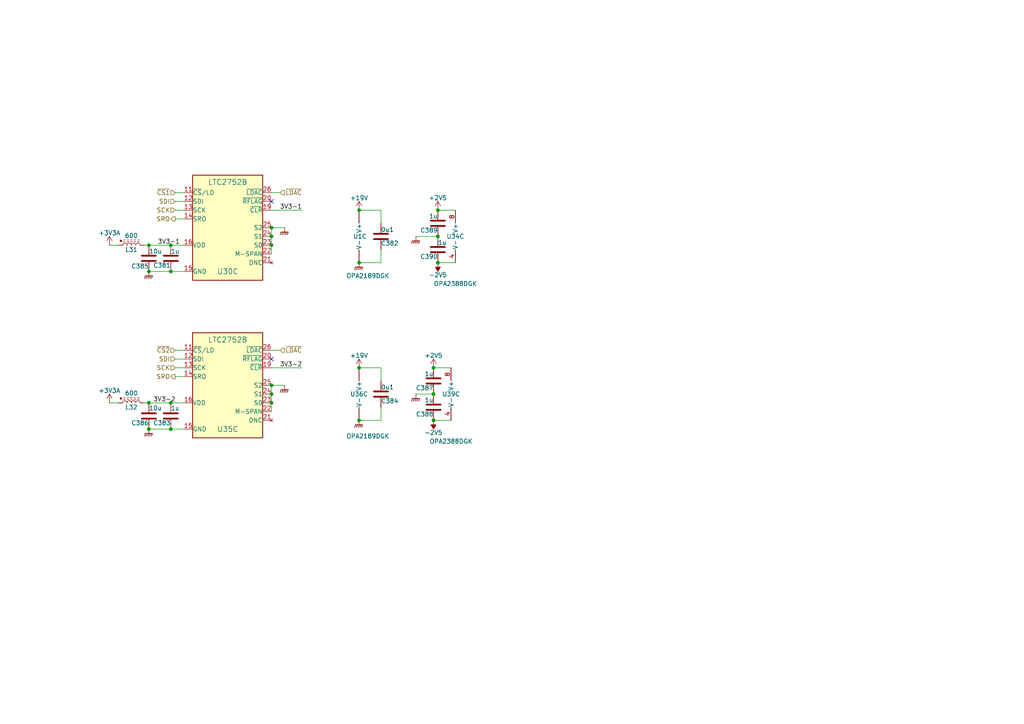
<source format=kicad_sch>
(kicad_sch (version 20250114) (generator "eeschema") (generator_version "9.0")
  (paper "A4")
  (lib_symbols
    (symbol "Device:C" (pin_numbers (hide yes)) (pin_names (offset 0.254))
      (property "Reference" "C" (at 0.635 2.54 0))
      (property "Value" "C" (at 0.635 -2.54 0))
      (symbol "C_0_1"
        (polyline (pts (xy -2.032 0.762) (xy 2.032 0.762)) (stroke (width 0.508)))
        (polyline (pts (xy -2.032 -0.762) (xy 2.032 -0.762)) (stroke (width 0.508)))
      )
      (symbol "C_1_1"
        (pin passive line (at 0 3.81 270) (length 2.794) (name "~") (number "1"))
        (pin passive line (at 0 -3.81 90) (length 2.794) (name "~") (number "2"))
      )
    )
    (symbol "Parts:+19V" (power) (pin_numbers (hide yes)) (pin_names (offset 0) (hide yes))
      (property "Value" "+19V" (at 0 3.556 0))
      (symbol "+19V_0_1"
        (polyline (pts (xy -0.762 1.27) (xy 0 2.54)))
        (polyline (pts (xy 0 2.54) (xy 0.762 1.27)))
        (polyline (pts (xy 0 0) (xy 0 2.54)))
      )
      (symbol "+19V_1_1"
        (pin power_in line (at 0 0 90) (length 0) (name "~") (number "1"))
      )
    )
    (symbol "Parts:+3V3A" (power) (pin_numbers (hide yes)) (pin_names (offset 0) (hide yes))
      (property "Value" "+3V3A" (at 0 3.556 0))
      (symbol "+3V3A_0_1"
        (polyline (pts (xy -0.762 1.27) (xy 0 2.54)))
        (polyline (pts (xy 0 2.54) (xy 0.762 1.27)))
        (polyline (pts (xy 0 0) (xy 0 2.54)))
      )
      (symbol "+3V3A_1_1"
        (pin power_in line (at 0 0 90) (length 0) (name "~") (number "1"))
      )
    )
    (symbol "Parts:LTC2752B_split" (pin_names (offset 0.002))
      (property "Reference" "U" (at 0 0 0))
      (property "Value" "LTC2752B" (at 3.048 6.096 0))
      (symbol "LTC2752B_split_0_1"
        (rectangle (start -10.16 15.24) (end 10.16 -15.24) (stroke (width 0.254)) (fill (type background)))
      )
      (symbol "LTC2752B_split_1_1"
        (pin passive line (at -12.7 12.7 0) (length 2.54) (name "ROFSA") (number "47"))
        (pin passive line (at -12.7 10.16 0) (length 2.54) (name "ROFSA") (number "48"))
        (pin passive line (at -12.7 7.62 0) (length 2.54) (name "RINA") (number "5"))
        (pin passive line (at -12.7 5.08 0) (length 2.54) (name "RINA") (number "6"))
        (pin passive line (at -12.7 0 0) (length 2.54) (name "VOSADJA") (number "43"))
        (pin passive line (at -12.7 -2.54 0) (length 2.54) (name "RCOMA") (number "3"))
        (pin passive line (at -12.7 -5.08 0) (length 2.54) (name "GEADJA") (number "4"))
        (pin passive line (at -12.7 -10.16 0) (length 2.54) (name "REFA") (number "1"))
        (pin passive line (at -12.7 -12.7 0) (length 2.54) (name "REFA") (number "2"))
        (pin passive line (at 12.7 12.7 180) (length 2.54) (name "RFBA") (number "45"))
        (pin passive line (at 12.7 10.16 180) (length 2.54) (name "RFBA") (number "46"))
        (pin passive line (at 12.7 2.54 180) (length 2.54) (name "IOUT1A") (number "44"))
        (pin passive line (at 12.7 -7.62 180) (length 2.54) (name "IOUT2AF") (number "9"))
        (pin passive line (at 12.7 -10.16 180) (length 2.54) (name "IOUT2AS") (number "8"))
      )
      (symbol "LTC2752B_split_2_1"
        (pin passive line (at -12.7 12.7 0) (length 2.54) (name "ROFSB") (number "37"))
        (pin passive line (at -12.7 10.16 0) (length 2.54) (name "ROFSB") (number "38"))
        (pin passive line (at -12.7 7.62 0) (length 2.54) (name "RINB") (number "32"))
        (pin passive line (at -12.7 5.08 0) (length 2.54) (name "RINB") (number "31"))
        (pin passive line (at -12.7 0 0) (length 2.54) (name "VOSADJB") (number "42"))
        (pin passive line (at -12.7 -2.54 0) (length 2.54) (name "RCOMB") (number "34"))
        (pin passive line (at -12.7 -5.08 0) (length 2.54) (name "GEADJB") (number "33"))
        (pin passive line (at -12.7 -10.16 0) (length 2.54) (name "REFB") (number "35"))
        (pin passive line (at -12.7 -12.7 0) (length 2.54) (name "REFB") (number "36"))
        (pin passive line (at 12.7 12.7 180) (length 2.54) (name "RFBB") (number "40"))
        (pin passive line (at 12.7 10.16 180) (length 2.54) (name "RFBB") (number "39"))
        (pin passive line (at 12.7 2.54 180) (length 2.54) (name "IOUT1B") (number "41"))
        (pin passive line (at 12.7 -7.62 180) (length 2.54) (name "IOUT2BF") (number "28"))
        (pin passive line (at 12.7 -10.16 180) (length 2.54) (name "IOUT2BS") (number "29"))
      )
      (symbol "LTC2752B_split_3_1"
        (pin input line (at -12.7 10.16 0) (length 2.54) (name "~{CS}/LD") (number "11"))
        (pin input line (at -12.7 7.62 0) (length 2.54) (name "SDI") (number "12"))
        (pin input line (at -12.7 5.08 0) (length 2.54) (name "SCK") (number "13"))
        (pin tri_state line (at -12.7 2.54 0) (length 2.54) (name "SRO") (number "14"))
        (pin power_in line (at -12.7 -5.08 0) (length 2.54) (name "VDD") (number "16"))
        (pin passive line (at -12.7 -12.7 0) (length 2.54) (hide yes) (name "GND") (number "10"))
        (pin power_in line (at -12.7 -12.7 0) (length 2.54) (name "GND") (number "15"))
        (pin passive line (at -12.7 -12.7 0) (length 2.54) (hide yes) (name "GND") (number "17"))
        (pin passive line (at -12.7 -12.7 0) (length 2.54) (hide yes) (name "GND") (number "18"))
        (pin passive line (at -12.7 -12.7 0) (length 2.54) (hide yes) (name "GND") (number "27"))
        (pin passive line (at -12.7 -12.7 0) (length 2.54) (hide yes) (name "GND") (number "30"))
        (pin passive line (at -12.7 -12.7 0) (length 2.54) (hide yes) (name "GND") (number "7"))
        (pin input line (at 12.7 10.16 180) (length 2.54) (name "~{LDAC}") (number "26"))
        (pin output line (at 12.7 7.62 180) (length 2.54) (name "~{RFLAG}") (number "20"))
        (pin input line (at 12.7 5.08 180) (length 2.54) (name "~{CLR}") (number "19"))
        (pin input line (at 12.7 0 180) (length 2.54) (name "S2") (number "25"))
        (pin input line (at 12.7 -2.54 180) (length 2.54) (name "S1") (number "24"))
        (pin input line (at 12.7 -5.08 180) (length 2.54) (name "S0") (number "23"))
        (pin input line (at 12.7 -7.62 180) (length 2.54) (name "M-SPAN") (number "22"))
        (pin no_connect line (at 12.7 -10.16 180) (length 2.54) (name "DNC") (number "21"))
      )
    )
    (symbol "Parts:L_Ferrite_Power" (pin_numbers (hide yes)) (pin_names (offset 1.016) (hide yes))
      (property "Reference" "L" (at -1.27 0 90))
      (property "Value" "L_Ferrite_Power" (at 2.794 0 90))
      (symbol "L_Ferrite_Power_0_1"
        (arc (start 0 2.54) (mid 0.6323 1.905) (end 0 1.27))
        (arc (start 0 1.27) (mid 0.6323 0.635) (end 0 0))
        (arc (start 0 0) (mid 0.6323 -0.635) (end 0 -1.27))
        (arc (start 0 -1.27) (mid 0.6323 -1.905) (end 0 -2.54))
        (polyline (pts (xy 1.016 1.778) (xy 1.016 2.286)))
        (polyline (pts (xy 1.016 0.762) (xy 1.016 1.27)))
        (polyline (pts (xy 1.016 -0.254) (xy 1.016 0.254)))
        (polyline (pts (xy 1.016 -1.27) (xy 1.016 -0.762)))
        (polyline (pts (xy 1.016 -2.286) (xy 1.016 -1.778)))
        (circle (center 1.27 3.048) (radius 0.254) (fill (type outline)))
        (polyline (pts (xy 1.524 2.286) (xy 1.524 1.778)))
        (polyline (pts (xy 1.524 1.27) (xy 1.524 0.762)))
        (polyline (pts (xy 1.524 0.254) (xy 1.524 -0.254)))
        (polyline (pts (xy 1.524 -0.762) (xy 1.524 -1.27)))
        (polyline (pts (xy 1.524 -1.778) (xy 1.524 -2.286)))
      )
      (symbol "L_Ferrite_Power_1_1"
        (pin power_in line (at 0 3.81 270) (length 1.27) (name "1") (number "1"))
        (pin power_out line (at 0 -3.81 90) (length 1.27) (name "2") (number "2"))
      )
    )
    (symbol "Parts:OPA2189DGK" (pin_numbers (hide yes)) (pin_names (offset 0.002))
      (property "Reference" "U" (at 0 0 0))
      (property "Value" "OPA2189DGK" (at 4.064 -4.318 0))
      (symbol "OPA2189DGK_1_1"
        (unit_name "A")
        (polyline (pts (xy -5.08 5.08) (xy 5.08 0) (xy -5.08 -5.08) (xy -5.08 5.08)) (stroke (width 0.254)) (fill (type background)))
        (pin input line (at -7.62 2.54 0) (length 2.54) (name "+") (number "3"))
        (pin input line (at -7.62 -2.54 0) (length 2.54) (name "-") (number "2"))
        (pin output line (at 7.62 0 180) (length 2.54) (name "~") (number "1"))
      )
      (symbol "OPA2189DGK_2_1"
        (unit_name "B")
        (polyline (pts (xy -5.08 5.08) (xy 5.08 0) (xy -5.08 -5.08) (xy -5.08 5.08)) (stroke (width 0.254)) (fill (type background)))
        (pin input line (at -7.62 2.54 0) (length 2.54) (name "+") (number "5"))
        (pin input line (at -7.62 -2.54 0) (length 2.54) (name "-") (number "6"))
        (pin output line (at 7.62 0 180) (length 2.54) (name "~") (number "7"))
      )
      (symbol "OPA2189DGK_3_1"
        (unit_name "Power")
        (pin power_in line (at 0 7.62 270) (length 3.81) (name "V+") (number "8"))
        (pin power_in line (at 0 -7.62 90) (length 3.81) (name "V-") (number "4"))
      )
    )
    (symbol "Parts:OPA2388DGK" (pin_names (offset 0.002))
      (property "Reference" "U" (at 0 0 0))
      (property "Value" "OPA2388DGK" (at 3.556 4.572 0))
      (symbol "OPA2388DGK_1_1"
        (polyline (pts (xy 5.08 0) (xy -5.08 5.08) (xy -5.08 -5.08) (xy 5.08 0)) (stroke (width 0.254)) (fill (type background)))
        (pin input line (at -7.62 2.54 0) (length 2.54) (name "+") (number "3"))
        (pin input line (at -7.62 -2.54 0) (length 2.54) (name "-") (number "2"))
        (pin output line (at 7.62 0 180) (length 2.54) (name "~") (number "1"))
      )
      (symbol "OPA2388DGK_2_1"
        (polyline (pts (xy 5.08 0) (xy -5.08 5.08) (xy -5.08 -5.08) (xy 5.08 0)) (stroke (width 0.254)) (fill (type background)))
        (pin input line (at -7.62 2.54 0) (length 2.54) (name "+") (number "5"))
        (pin input line (at -7.62 -2.54 0) (length 2.54) (name "-") (number "6"))
        (pin output line (at 7.62 0 180) (length 2.54) (name "~") (number "7"))
      )
      (symbol "OPA2388DGK_3_1"
        (pin power_in line (at 0 7.62 270) (length 3.81) (name "V+") (number "8"))
        (pin power_in line (at 0 -7.62 90) (length 3.81) (name "V-") (number "4"))
      )
    )
    (symbol "power:+2V5" (power) (pin_numbers (hide yes)) (pin_names (offset 0) (hide yes))
      (property "Value" "+2V5" (at 0 3.556 0))
      (symbol "+2V5_0_1"
        (polyline (pts (xy -0.762 1.27) (xy 0 2.54)))
        (polyline (pts (xy 0 2.54) (xy 0.762 1.27)))
        (polyline (pts (xy 0 0) (xy 0 2.54)))
      )
      (symbol "+2V5_1_1"
        (pin power_in line (at 0 0 90) (length 0) (name "~") (number "1"))
      )
    )
    (symbol "power:-2V5" (power) (pin_numbers (hide yes)) (pin_names (offset 0) (hide yes))
      (property "Value" "-2V5" (at 0 3.556 0))
      (symbol "-2V5_0_0"
        (pin power_in line (at 0 0 90) (length 0) (name "~") (number "1"))
      )
      (symbol "-2V5_0_1"
        (polyline (pts (xy 0 0) (xy 0 1.27) (xy 0.762 1.27) (xy 0 2.54) (xy -0.762 1.27) (xy 0 1.27)) (fill (type outline)))
      )
    )
    (symbol "power:GNDPWR" (power) (pin_numbers (hide yes)) (pin_names (offset 0) (hide yes))
      (property "Value" "GNDPWR" (at 0 -3.302 0))
      (symbol "GNDPWR_0_1"
        (polyline (pts (xy -1.016 -1.27) (xy -1.27 -2.032) (xy -1.27 -2.032)) (stroke (width 0.2032)))
        (polyline (pts (xy -0.508 -1.27) (xy -0.762 -2.032) (xy -0.762 -2.032)) (stroke (width 0.2032)))
        (polyline (pts (xy 0 -1.27) (xy 0 0)))
        (polyline (pts (xy 0 -1.27) (xy -0.254 -2.032) (xy -0.254 -2.032)) (stroke (width 0.2032)))
        (polyline (pts (xy 0.508 -1.27) (xy 0.254 -2.032) (xy 0.254 -2.032)) (stroke (width 0.2032)))
        (polyline (pts (xy 1.016 -1.27) (xy -1.016 -1.27) (xy -1.016 -1.27)) (stroke (width 0.2032)))
        (polyline (pts (xy 1.016 -1.27) (xy 0.762 -2.032) (xy 0.762 -2.032) (xy 0.762 -2.032)) (stroke (width 0.2032)))
      )
      (symbol "GNDPWR_1_1"
        (pin power_in line (at 0 0 270) (length 0) (name "~") (number "1"))
      )
    )
  )
  (junction (at 125.73 106.68))
  (junction (at 127 60.96))
  (junction (at 127 68.58))
  (junction (at 49.53 71.12))
  (junction (at 125.73 114.3))
  (junction (at 43.18 78.74))
  (junction (at 78.74 114.3))
  (junction (at 43.18 116.84))
  (junction (at 104.14 106.68))
  (junction (at 78.74 68.58))
  (junction (at 43.18 71.12))
  (junction (at 125.73 121.92))
  (junction (at 104.14 121.92))
  (junction (at 104.14 76.2))
  (junction (at 127 76.2))
  (junction (at 78.74 116.84))
  (junction (at 78.74 71.12))
  (junction (at 49.53 78.74))
  (junction (at 104.14 60.96))
  (junction (at 43.18 124.46))
  (junction (at 49.53 124.46))
  (junction (at 49.53 116.84))
  (junction (at 78.74 66.04))
  (junction (at 78.74 111.76))
  (no_connect (at 78.74 104.14))
  (no_connect (at 78.74 58.42))
  (wire (pts (xy 43.18 71.12) (xy 49.53 71.12)))
  (wire (pts (xy 50.8 106.68) (xy 53.34 106.68)))
  (wire (pts (xy 78.74 114.3) (xy 78.74 116.84)))
  (wire (pts (xy 125.73 121.92) (xy 130.81 121.92)))
  (wire (pts (xy 110.49 76.2) (xy 110.49 72.39)))
  (wire (pts (xy 78.74 111.76) (xy 82.55 111.76)))
  (wire (pts (xy 104.14 121.92) (xy 110.49 121.92)))
  (wire (pts (xy 78.74 111.76) (xy 78.74 114.3)))
  (wire (pts (xy 127 76.2) (xy 132.08 76.2)))
  (wire (pts (xy 50.8 101.6) (xy 53.34 101.6)))
  (wire (pts (xy 81.28 55.88) (xy 78.74 55.88)))
  (wire (pts (xy 120.65 68.58) (xy 127 68.58)))
  (wire (pts (xy 110.49 60.96) (xy 104.14 60.96)))
  (wire (pts (xy 50.8 63.5) (xy 53.34 63.5)))
  (wire (pts (xy 78.74 60.96) (xy 87.63 60.96)))
  (wire (pts (xy 49.53 71.12) (xy 53.34 71.12)))
  (wire (pts (xy 81.28 101.6) (xy 78.74 101.6)))
  (wire (pts (xy 49.53 116.84) (xy 53.34 116.84)))
  (wire (pts (xy 127 60.96) (xy 132.08 60.96)))
  (wire (pts (xy 120.65 114.3) (xy 125.73 114.3)))
  (wire (pts (xy 104.14 76.2) (xy 110.49 76.2)))
  (wire (pts (xy 41.91 71.12) (xy 43.18 71.12)))
  (wire (pts (xy 78.74 66.04) (xy 78.74 68.58)))
  (wire (pts (xy 49.53 78.74) (xy 53.34 78.74)))
  (wire (pts (xy 50.8 104.14) (xy 53.34 104.14)))
  (wire (pts (xy 50.8 60.96) (xy 53.34 60.96)))
  (wire (pts (xy 31.75 116.84) (xy 34.29 116.84)))
  (wire (pts (xy 50.8 58.42) (xy 53.34 58.42)))
  (wire (pts (xy 78.74 68.58) (xy 78.74 71.12)))
  (wire (pts (xy 78.74 71.12) (xy 78.74 73.66)))
  (wire (pts (xy 31.75 71.12) (xy 34.29 71.12)))
  (wire (pts (xy 50.8 109.22) (xy 53.34 109.22)))
  (wire (pts (xy 50.8 55.88) (xy 53.34 55.88)))
  (wire (pts (xy 110.49 106.68) (xy 110.49 110.49)))
  (wire (pts (xy 78.74 106.68) (xy 87.63 106.68)))
  (wire (pts (xy 78.74 66.04) (xy 82.55 66.04)))
  (wire (pts (xy 110.49 60.96) (xy 110.49 64.77)))
  (wire (pts (xy 43.18 78.74) (xy 49.53 78.74)))
  (wire (pts (xy 49.53 124.46) (xy 53.34 124.46)))
  (wire (pts (xy 43.18 124.46) (xy 49.53 124.46)))
  (wire (pts (xy 110.49 121.92) (xy 110.49 118.11)))
  (wire (pts (xy 78.74 116.84) (xy 78.74 119.38)))
  (wire (pts (xy 125.73 106.68) (xy 130.81 106.68)))
  (wire (pts (xy 110.49 106.68) (xy 104.14 106.68)))
  (wire (pts (xy 41.91 116.84) (xy 43.18 116.84)))
  (wire (pts (xy 43.18 116.84) (xy 49.53 116.84)))
  (label "3V3-2" (at 44.45 116.84 0))
  (label "3V3-1" (at 87.63 60.96 180))
  (label "3V3-2" (at 87.63 106.68 180))
  (label "3V3-1" (at 45.72 71.12 0))
  (hierarchical_label "~{CS1}" (shape input) (at 50.8 55.88 180))
  (hierarchical_label "SCK" (shape input) (at 50.8 60.96 180))
  (hierarchical_label "~{LDAC}" (shape input) (at 81.28 55.88 0))
  (hierarchical_label "~{CS2}" (shape input) (at 50.8 101.6 180))
  (hierarchical_label "~{LDAC}" (shape input) (at 81.28 101.6 0))
  (hierarchical_label "SCK" (shape input) (at 50.8 106.68 180))
  (hierarchical_label "SDI" (shape input) (at 50.8 104.14 180))
  (hierarchical_label "SDI" (shape input) (at 50.8 58.42 180))
  (hierarchical_label "SRO" (shape output) (at 50.8 63.5 180))
  (hierarchical_label "SRO" (shape output) (at 50.8 109.22 180))
  (symbol (lib_id "power:-2V5") (at 125.73 121.92 0) (mirror x) (unit 1)
    (property "Reference" "#PWR0367" (effects (hide yes)))
    (property "Value" "-2V5" (at 125.73 125.476 0))
    (property "Description" "Power symbol creates a global label with name \"-2V5\"" (effects (hide yes)))
  )
  (symbol (lib_id "power:GNDPWR") (at 120.65 114.3 0) (unit 1)
    (property "Reference" "#PWR0371" (effects (hide yes)))
    (property "Value" "GNDPWR" (effects (hide yes)))
    (property "Description" "Power symbol creates a global label with name \"GNDPWR\" , global ground" (effects (hide yes)))
  )
  (symbol (lib_id "power:-2V5") (at 127 76.2 0) (mirror x) (unit 1)
    (property "Reference" "#PWR0152" (effects (hide yes)))
    (property "Value" "-2V5" (at 127 79.756 0))
    (property "Description" "Power symbol creates a global label with name \"-2V5\"" (effects (hide yes)))
  )
  (symbol (lib_id "Device:C") (at 125.73 118.11 0) (unit 1)
    (property "Reference" "C388" (at 125.73 120.142 0) (effects (justify right)))
    (property "Value" "1u" (at 125.73 116.078 0) (effects (justify right)))
    (property "Footprint" "Capacitor_SMD:C_0402_1005Metric" (effects (hide yes)))
    (property "Datasheet" "25V" (effects (hide yes)))
    (property "Description" "Unpolarized capacitor" (effects (hide yes)))
    (property "LCSC" "C52923" (effects (hide yes)))
  )
  (symbol (lib_id "Parts:LTC2752B_split") (at 66.04 66.04 0) (unit 3)
    (property "Reference" "U30" (at 66.04 78.74 0) (effects (font (size 1.524 1.524))))
    (property "Value" "LTC2752B" (at 66.04 52.832 0) (effects (font (size 1.524 1.524))))
    (property "Footprint" "Parts:LQFP-48_7x7mm_P0.5mm" (effects (hide yes)))
    (property "Datasheet" "LTC2752ACLX-PBF" (effects (hide yes)))
    (property "LCSC" "C682625" (effects (hide yes)))
  )
  (symbol (lib_id "Device:C") (at 110.49 114.3 0) (unit 1)
    (property "Reference" "C384" (at 110.49 115.57 0) (effects (justify left top)))
    (property "Value" "0u1" (at 110.49 113.03 0) (effects (justify left bottom)))
    (property "Footprint" "Capacitor_SMD:C_0402_1005Metric" (effects (hide yes)))
    (property "Datasheet" "X7R, 50V" (effects (hide yes)))
    (property "Description" "Unpolarized capacitor" (effects (hide yes)))
    (property "LCSC" "C307331" (effects (hide yes)))
  )
  (symbol (lib_id "Parts:+3V3A") (at 31.75 116.84 0) (unit 1)
    (property "Reference" "#PWR0732" (effects (hide yes)))
    (property "Value" "+3V3A" (at 31.75 113.284 0))
    (property "Description" "Power symbol creates a global label with name {dblquote}+3V3A{dblquote}" (effects (hide yes)))
  )
  (symbol (lib_id "Parts:+19V") (at 104.14 106.68 0) (unit 1)
    (property "Reference" "#PWR345" (effects (hide yes)))
    (property "Value" "+19V" (at 104.14 103.124 0))
    (property "Description" "Power symbol creates a global label with name \"+19\"" (effects (hide yes)))
  )
  (symbol (lib_id "power:GNDPWR") (at 120.65 68.58 0) (unit 1)
    (property "Reference" "#PWR0373" (effects (hide yes)))
    (property "Value" "GNDPWR" (effects (hide yes)))
    (property "Description" "Power symbol creates a global label with name \"GNDPWR\" , global ground" (effects (hide yes)))
  )
  (symbol (lib_id "Parts:LTC2752B_split") (at 66.04 111.76 0) (unit 3)
    (property "Reference" "U35" (at 66.04 124.46 0) (effects (font (size 1.524 1.524))))
    (property "Value" "LTC2752B" (at 66.04 98.552 0) (effects (font (size 1.524 1.524))))
    (property "Footprint" "Parts:LQFP-48_7x7mm_P0.5mm" (effects (hide yes)))
    (property "Datasheet" "LTC2752ACLX-PBF" (effects (hide yes)))
    (property "LCSC" "C682625" (effects (hide yes)))
  )
  (symbol (lib_id "Device:C") (at 125.73 110.49 0) (unit 1)
    (property "Reference" "C387" (at 125.73 112.522 0) (effects (justify right)))
    (property "Value" "1u" (at 125.73 108.458 0) (effects (justify right)))
    (property "Footprint" "Capacitor_SMD:C_0402_1005Metric" (effects (hide yes)))
    (property "Datasheet" "25V" (effects (hide yes)))
    (property "Description" "Unpolarized capacitor" (effects (hide yes)))
    (property "LCSC" "C52923" (effects (hide yes)))
  )
  (symbol (lib_id "Parts:L_Ferrite_Power") (at 38.1 116.84 90) (unit 1)
    (property "Reference" "L32" (at 38.1 118.11 90))
    (property "Value" "600" (at 38.1 114.046 90))
    (property "Footprint" "Inductor_SMD:L_0603_1608Metric" (effects (hide yes)))
    (property "Datasheet" "200mA / 450mΩ" (effects (hide yes)))
    (property "Description" "Inductor with ferrite core" (effects (hide yes)))
    (property "LCSC" "C1002" (effects (hide yes)))
  )
  (symbol (lib_id "power:GNDPWR") (at 43.18 124.46 0) (unit 1)
    (property "Reference" "#PWR0342" (effects (hide yes)))
    (property "Value" "GNDPWR" (effects (hide yes)))
    (property "Description" "Power symbol creates a global label with name \"GNDPWR\" , global ground" (effects (hide yes)))
  )
  (symbol (lib_id "Parts:L_Ferrite_Power") (at 38.1 71.12 90) (unit 1)
    (property "Reference" "L31" (at 38.1 72.39 90))
    (property "Value" "600" (at 38.1 68.326 90))
    (property "Footprint" "Inductor_SMD:L_0603_1608Metric" (effects (hide yes)))
    (property "Datasheet" "200mA / 450mΩ" (effects (hide yes)))
    (property "Description" "Inductor with ferrite core" (effects (hide yes)))
    (property "LCSC" "C1002" (effects (hide yes)))
  )
  (symbol (lib_id "Device:C") (at 43.18 74.93 0) (unit 1)
    (property "Reference" "C385" (at 43.18 77.216 0) (effects (justify right)))
    (property "Value" "10u" (at 43.18 72.898 0) (effects (justify left)))
    (property "Footprint" "Capacitor_SMD:C_0603_1608Metric" (effects (hide yes)))
    (property "Datasheet" "25V" (effects (hide yes)))
    (property "Description" "Unpolarized capacitor" (effects (hide yes)))
    (property "LCSC" "C96446" (effects (hide yes)))
  )
  (symbol (lib_id "power:GNDPWR") (at 82.55 111.76 0) (unit 1)
    (property "Reference" "#PWR0344" (effects (hide yes)))
    (property "Value" "GNDPWR" (effects (hide yes)))
    (property "Description" "Power symbol creates a global label with name \"GNDPWR\" , global ground" (effects (hide yes)))
  )
  (symbol (lib_id "Parts:+19V") (at 104.14 60.96 0) (unit 1)
    (property "Reference" "#PWR255" (effects (hide yes)))
    (property "Value" "+19V" (at 104.14 57.404 0))
    (property "Description" "Power symbol creates a global label with name \"+19\"" (effects (hide yes)))
  )
  (symbol (lib_id "Parts:OPA2388DGK") (at 130.81 114.3 0) (unit 3) (in_bom no)
    (property "Reference" "U39" (at 130.81 114.3 0))
    (property "Value" "OPA2388DGK" (at 130.81 128.016 0))
    (property "Footprint" "Parts:OPA2388" (effects (hide yes)))
    (property "Datasheet" "http://www.ti.com/lit/ds/symlink/opa2388.pdf" (effects (hide yes)))
    (property "Description" "Dual 5V, Precision, Rail-to-Rail Input/Output, Zero-drift, Operational Amplifier, SOIC-8" (effects (hide yes)))
    (property "LCSC" "C1517414" (effects (hide yes)))
    (property "Sim.Library" "spice/opa2388.lib" (effects (hide yes)))
    (property "Sim.Name" "OPA2388" (effects (hide yes)))
    (property "Sim.Device" "SUBCKT" (effects (hide yes)))
    (property "Sim.Pins" "1=aout 2=a- 3=a+ 4=v- 5=b+ 6=b- 7=bout 8=v+" (effects (hide yes)))
    (property "Stock" "14" (effects (hide yes)))
  )
  (symbol (lib_id "Device:C") (at 110.49 68.58 0) (unit 1)
    (property "Reference" "C382" (at 110.49 69.85 0) (effects (justify left top)))
    (property "Value" "0u1" (at 110.49 67.31 0) (effects (justify left bottom)))
    (property "Footprint" "Capacitor_SMD:C_0402_1005Metric" (effects (hide yes)))
    (property "Datasheet" "X7R, 50V" (effects (hide yes)))
    (property "Description" "Unpolarized capacitor" (effects (hide yes)))
    (property "LCSC" "C307331" (effects (hide yes)))
  )
  (symbol (lib_id "Parts:OPA2189DGK") (at 104.14 114.3 0) (mirror y) (unit 3) (in_bom no)
    (property "Reference" "U36" (at 104.14 114.3 0))
    (property "Value" "OPA2189DGK" (at 106.68 126.492 0))
    (property "Footprint" "Parts:OPA2189" (effects (hide yes)))
    (property "Datasheet" "http://www.ti.com/lit/ds/symlink/opa189.pdf" (effects (hide yes)))
    (property "LCSC" "C881489" (effects (hide yes)))
    (property "Stock" "15" (effects (hide yes)))
  )
  (symbol (lib_id "Parts:OPA2189DGK") (at 104.14 68.58 0) (mirror y) (unit 3) (in_bom no)
    (property "Reference" "U31" (at 104.394 68.58 0))
    (property "Value" "OPA2189DGK" (at 106.68 80.01 0))
    (property "Footprint" "Parts:OPA2189" (effects (hide yes)))
    (property "Datasheet" "http://www.ti.com/lit/ds/symlink/opa189.pdf" (effects (hide yes)))
    (property "LCSC" "C881489" (effects (hide yes)))
    (property "Stock" "15" (effects (hide yes)))
    (instances (project "" (path "" (reference "U1") (unit 3))) (project "lincal" (path "" (reference "U31") (unit 3))))
  )
  (symbol (lib_id "Device:C") (at 49.53 74.93 0) (unit 1)
    (property "Reference" "C381" (at 49.53 76.962 0) (effects (justify right)))
    (property "Value" "1u" (at 49.53 72.898 0) (effects (justify left)))
    (property "Footprint" "Capacitor_SMD:C_0402_1005Metric" (effects (hide yes)))
    (property "Datasheet" "25V" (effects (hide yes)))
    (property "Description" "Unpolarized capacitor" (effects (hide yes)))
    (property "LCSC" "C52923" (effects (hide yes)))
  )
  (symbol (lib_id "Device:C") (at 43.18 120.65 0) (unit 1)
    (property "Reference" "C386" (at 43.18 122.682 0) (effects (justify right)))
    (property "Value" "10u" (at 43.18 118.364 0) (effects (justify left)))
    (property "Footprint" "Capacitor_SMD:C_0603_1608Metric" (effects (hide yes)))
    (property "Datasheet" "25V" (effects (hide yes)))
    (property "Description" "Unpolarized capacitor" (effects (hide yes)))
    (property "LCSC" "C96446" (effects (hide yes)))
  )
  (symbol (lib_id "power:+2V5") (at 125.73 106.68 0) (unit 1)
    (property "Reference" "#PWR0154" (effects (hide yes)))
    (property "Value" "+2V5" (at 125.73 103.124 0))
    (property "Description" "Power symbol creates a global label with name \"+2V5\"" (effects (hide yes)))
  )
  (symbol (lib_id "Parts:+3V3A") (at 31.75 71.12 0) (unit 1)
    (property "Reference" "#PWR0731" (effects (hide yes)))
    (property "Value" "+3V3A" (at 31.75 67.564 0))
    (property "Description" "Power symbol creates a global label with name {dblquote}+3V3A{dblquote}" (effects (hide yes)))
  )
  (symbol (lib_id "Parts:OPA2388DGK") (at 132.08 68.58 0) (unit 3) (in_bom no)
    (property "Reference" "U34" (at 132.08 68.58 0))
    (property "Value" "OPA2388DGK" (at 132.08 82.296 0))
    (property "Footprint" "Parts:OPA2388" (effects (hide yes)))
    (property "Datasheet" "http://www.ti.com/lit/ds/symlink/opa2388.pdf" (effects (hide yes)))
    (property "Description" "Dual 5V, Precision, Rail-to-Rail Input/Output, Zero-drift, Operational Amplifier, SOIC-8" (effects (hide yes)))
    (property "LCSC" "C1517414" (effects (hide yes)))
    (property "Sim.Library" "spice/opa2388.lib" (effects (hide yes)))
    (property "Sim.Name" "OPA2388" (effects (hide yes)))
    (property "Sim.Device" "SUBCKT" (effects (hide yes)))
    (property "Sim.Pins" "1=aout 2=a- 3=a+ 4=v- 5=b+ 6=b- 7=bout 8=v+" (effects (hide yes)))
    (property "Stock" "14" (effects (hide yes)))
  )
  (symbol (lib_id "power:GNDPWR") (at 104.14 121.92 0) (unit 1)
    (property "Reference" "#PWR0346" (effects (hide yes)))
    (property "Value" "GNDPWR" (effects (hide yes)))
    (property "Description" "Power symbol creates a global label with name \"GNDPWR\" , global ground" (effects (hide yes)))
  )
  (symbol (lib_id "Device:C") (at 127 72.39 0) (unit 1)
    (property "Reference" "C390" (at 127 74.422 0) (effects (justify right)))
    (property "Value" "1u" (at 127 70.358 0) (effects (justify left)))
    (property "Footprint" "Capacitor_SMD:C_0402_1005Metric" (effects (hide yes)))
    (property "Datasheet" "25V" (effects (hide yes)))
    (property "Description" "Unpolarized capacitor" (effects (hide yes)))
    (property "LCSC" "C52923" (effects (hide yes)))
  )
  (symbol (lib_id "power:+2V5") (at 127 60.96 0) (unit 1)
    (property "Reference" "#PWR0364" (effects (hide yes)))
    (property "Value" "+2V5" (at 127 57.404 0))
    (property "Description" "Power symbol creates a global label with name \"+2V5\"" (effects (hide yes)))
  )
  (symbol (lib_id "power:GNDPWR") (at 43.18 78.74 0) (unit 1)
    (property "Reference" "#PWR0252" (effects (hide yes)))
    (property "Value" "GNDPWR" (effects (hide yes)))
    (property "Description" "Power symbol creates a global label with name \"GNDPWR\" , global ground" (effects (hide yes)))
  )
  (symbol (lib_id "power:GNDPWR") (at 104.14 76.2 0) (unit 1)
    (property "Reference" "#PWR0254" (effects (hide yes)))
    (property "Value" "GNDPWR" (effects (hide yes)))
    (property "Description" "Power symbol creates a global label with name \"GNDPWR\" , global ground" (effects (hide yes)))
  )
  (symbol (lib_id "Device:C") (at 49.53 120.65 0) (unit 1)
    (property "Reference" "C383" (at 49.53 122.682 0) (effects (justify right)))
    (property "Value" "1u" (at 49.53 118.364 0) (effects (justify left)))
    (property "Footprint" "Capacitor_SMD:C_0402_1005Metric" (effects (hide yes)))
    (property "Datasheet" "25V" (effects (hide yes)))
    (property "Description" "Unpolarized capacitor" (effects (hide yes)))
    (property "LCSC" "C52923" (effects (hide yes)))
  )
  (symbol (lib_id "Device:C") (at 127 64.77 0) (unit 1)
    (property "Reference" "C389" (at 127 66.802 0) (effects (justify right)))
    (property "Value" "1u" (at 127 62.738 0) (effects (justify right)))
    (property "Footprint" "Capacitor_SMD:C_0402_1005Metric" (effects (hide yes)))
    (property "Datasheet" "25V" (effects (hide yes)))
    (property "Description" "Unpolarized capacitor" (effects (hide yes)))
    (property "LCSC" "C52923" (effects (hide yes)))
  )
  (symbol (lib_id "power:GNDPWR") (at 82.55 66.04 0) (unit 1)
    (property "Reference" "#PWR048" (effects (hide yes)))
    (property "Value" "GNDPWR" (effects (hide yes)))
    (property "Description" "Power symbol creates a global label with name \"GNDPWR\" , global ground" (effects (hide yes)))
  )
)
</source>
